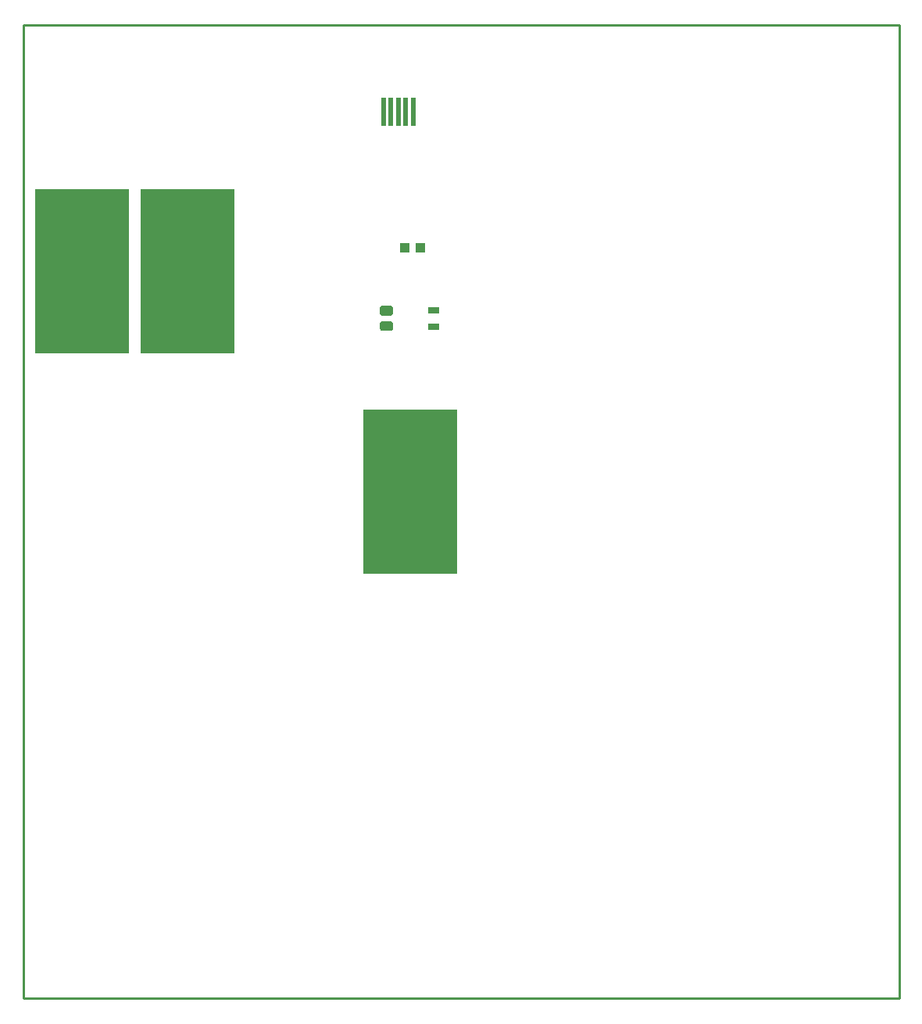
<source format=gbr>
G04 EAGLE Gerber RS-274X export*
G75*
%MOMM*%
%FSLAX34Y34*%
%LPD*%
%INSolderpaste Top*%
%IPPOS*%
%AMOC8*
5,1,8,0,0,1.08239X$1,22.5*%
G01*
%ADD10C,0.504000*%
%ADD11R,0.500000X3.100000*%
%ADD12R,10.160000X17.780000*%
%ADD13R,1.100000X1.000000*%
%ADD14R,1.200000X0.800000*%
%ADD15C,0.254000*%

G36*
X373091Y650832D02*
X373091Y650832D01*
X373098Y650837D01*
X373102Y650833D01*
X373484Y650924D01*
X373488Y650929D01*
X373492Y650927D01*
X373854Y651077D01*
X373857Y651082D01*
X373861Y651080D01*
X374195Y651285D01*
X374197Y651290D01*
X374201Y651290D01*
X374500Y651545D01*
X374501Y651550D01*
X374505Y651550D01*
X374760Y651849D01*
X374761Y651855D01*
X374765Y651855D01*
X374970Y652189D01*
X374969Y652195D01*
X374974Y652196D01*
X375124Y652558D01*
X375123Y652560D01*
X375124Y652560D01*
X375122Y652563D01*
X375122Y652564D01*
X375126Y652566D01*
X375217Y652948D01*
X375215Y652953D01*
X375217Y652954D01*
X375218Y652955D01*
X375249Y653346D01*
X375247Y653349D01*
X375249Y653350D01*
X375249Y658850D01*
X375247Y658852D01*
X375249Y658854D01*
X375218Y659245D01*
X375214Y659249D01*
X375217Y659252D01*
X375126Y659634D01*
X375121Y659638D01*
X375124Y659642D01*
X374974Y660004D01*
X374968Y660007D01*
X374970Y660011D01*
X374765Y660345D01*
X374760Y660347D01*
X374760Y660351D01*
X374505Y660650D01*
X374500Y660651D01*
X374500Y660655D01*
X374201Y660910D01*
X374195Y660911D01*
X374195Y660915D01*
X373861Y661120D01*
X373855Y661119D01*
X373854Y661124D01*
X373492Y661274D01*
X373486Y661272D01*
X373484Y661276D01*
X373102Y661367D01*
X373097Y661365D01*
X373095Y661368D01*
X372704Y661399D01*
X372701Y661397D01*
X372700Y661399D01*
X363509Y661368D01*
X363502Y661363D01*
X363498Y661367D01*
X363116Y661276D01*
X363112Y661271D01*
X363108Y661274D01*
X362746Y661124D01*
X362743Y661118D01*
X362739Y661120D01*
X362405Y660915D01*
X362403Y660910D01*
X362399Y660910D01*
X362100Y660655D01*
X362099Y660650D01*
X362095Y660650D01*
X361840Y660351D01*
X361839Y660345D01*
X361835Y660345D01*
X361630Y660011D01*
X361631Y660005D01*
X361627Y660004D01*
X361477Y659642D01*
X361478Y659636D01*
X361474Y659634D01*
X361383Y659252D01*
X361385Y659247D01*
X361382Y659245D01*
X361351Y658854D01*
X361353Y658851D01*
X361351Y658850D01*
X361351Y653350D01*
X361353Y653348D01*
X361351Y653346D01*
X361382Y652955D01*
X361386Y652951D01*
X361383Y652948D01*
X361474Y652566D01*
X361479Y652562D01*
X361477Y652558D01*
X361627Y652196D01*
X361632Y652193D01*
X361630Y652189D01*
X361835Y651855D01*
X361840Y651853D01*
X361840Y651849D01*
X362095Y651550D01*
X362100Y651549D01*
X362100Y651545D01*
X362399Y651290D01*
X362405Y651289D01*
X362405Y651285D01*
X362739Y651080D01*
X362745Y651081D01*
X362746Y651077D01*
X363108Y650927D01*
X363114Y650928D01*
X363116Y650924D01*
X363498Y650833D01*
X363503Y650835D01*
X363505Y650832D01*
X363896Y650801D01*
X363899Y650803D01*
X363900Y650801D01*
X373091Y650832D01*
G37*
G36*
X373091Y634032D02*
X373091Y634032D01*
X373098Y634037D01*
X373102Y634033D01*
X373484Y634124D01*
X373488Y634129D01*
X373492Y634127D01*
X373854Y634277D01*
X373857Y634282D01*
X373861Y634280D01*
X374195Y634485D01*
X374197Y634490D01*
X374201Y634490D01*
X374500Y634745D01*
X374501Y634750D01*
X374505Y634750D01*
X374760Y635049D01*
X374761Y635055D01*
X374765Y635055D01*
X374970Y635389D01*
X374969Y635395D01*
X374974Y635396D01*
X375124Y635758D01*
X375123Y635760D01*
X375124Y635760D01*
X375122Y635763D01*
X375122Y635764D01*
X375126Y635766D01*
X375217Y636148D01*
X375215Y636153D01*
X375217Y636154D01*
X375218Y636155D01*
X375249Y636546D01*
X375247Y636549D01*
X375249Y636550D01*
X375249Y642050D01*
X375247Y642052D01*
X375249Y642054D01*
X375218Y642445D01*
X375214Y642449D01*
X375217Y642452D01*
X375126Y642834D01*
X375121Y642838D01*
X375124Y642842D01*
X374974Y643204D01*
X374968Y643207D01*
X374970Y643211D01*
X374765Y643545D01*
X374760Y643547D01*
X374760Y643551D01*
X374505Y643850D01*
X374500Y643851D01*
X374500Y643855D01*
X374201Y644110D01*
X374195Y644111D01*
X374195Y644115D01*
X373861Y644320D01*
X373855Y644319D01*
X373854Y644324D01*
X373492Y644474D01*
X373486Y644472D01*
X373484Y644476D01*
X373102Y644567D01*
X373097Y644565D01*
X373095Y644568D01*
X372704Y644599D01*
X372701Y644597D01*
X372700Y644599D01*
X363509Y644568D01*
X363502Y644563D01*
X363498Y644567D01*
X363116Y644476D01*
X363112Y644471D01*
X363108Y644474D01*
X362746Y644324D01*
X362743Y644318D01*
X362739Y644320D01*
X362405Y644115D01*
X362403Y644110D01*
X362399Y644110D01*
X362100Y643855D01*
X362099Y643850D01*
X362095Y643850D01*
X361840Y643551D01*
X361839Y643545D01*
X361835Y643545D01*
X361630Y643211D01*
X361631Y643205D01*
X361627Y643204D01*
X361477Y642842D01*
X361478Y642836D01*
X361474Y642834D01*
X361383Y642452D01*
X361385Y642447D01*
X361382Y642445D01*
X361351Y642054D01*
X361353Y642051D01*
X361351Y642050D01*
X361351Y636550D01*
X361353Y636548D01*
X361351Y636546D01*
X361382Y636155D01*
X361386Y636151D01*
X361383Y636148D01*
X361474Y635766D01*
X361479Y635762D01*
X361477Y635758D01*
X361627Y635396D01*
X361632Y635393D01*
X361630Y635389D01*
X361835Y635055D01*
X361840Y635053D01*
X361840Y635049D01*
X362095Y634750D01*
X362100Y634749D01*
X362100Y634745D01*
X362399Y634490D01*
X362405Y634489D01*
X362405Y634485D01*
X362739Y634280D01*
X362745Y634281D01*
X362746Y634277D01*
X363108Y634127D01*
X363114Y634128D01*
X363116Y634124D01*
X363498Y634033D01*
X363503Y634035D01*
X363505Y634032D01*
X363896Y634001D01*
X363899Y634003D01*
X363900Y634001D01*
X373091Y634032D01*
G37*
D10*
X372680Y658830D02*
X372680Y653370D01*
X363920Y653370D01*
X363920Y658830D01*
X372680Y658830D01*
X372680Y658158D02*
X363920Y658158D01*
X363920Y642030D02*
X363920Y636570D01*
X363920Y642030D02*
X372680Y642030D01*
X372680Y636570D01*
X363920Y636570D01*
X363920Y641358D02*
X372680Y641358D01*
D11*
X397000Y871700D03*
X389000Y871700D03*
X381000Y871700D03*
X373000Y871700D03*
X365000Y871700D03*
D12*
X393700Y460375D03*
X152400Y698500D03*
X38100Y698500D03*
D13*
X388375Y723900D03*
X405375Y723900D03*
D14*
X419100Y638700D03*
X419100Y656700D03*
D15*
X-25400Y-88900D02*
X923800Y-88900D01*
X923800Y965100D01*
X-25400Y965100D01*
X-25400Y-88900D01*
M02*

</source>
